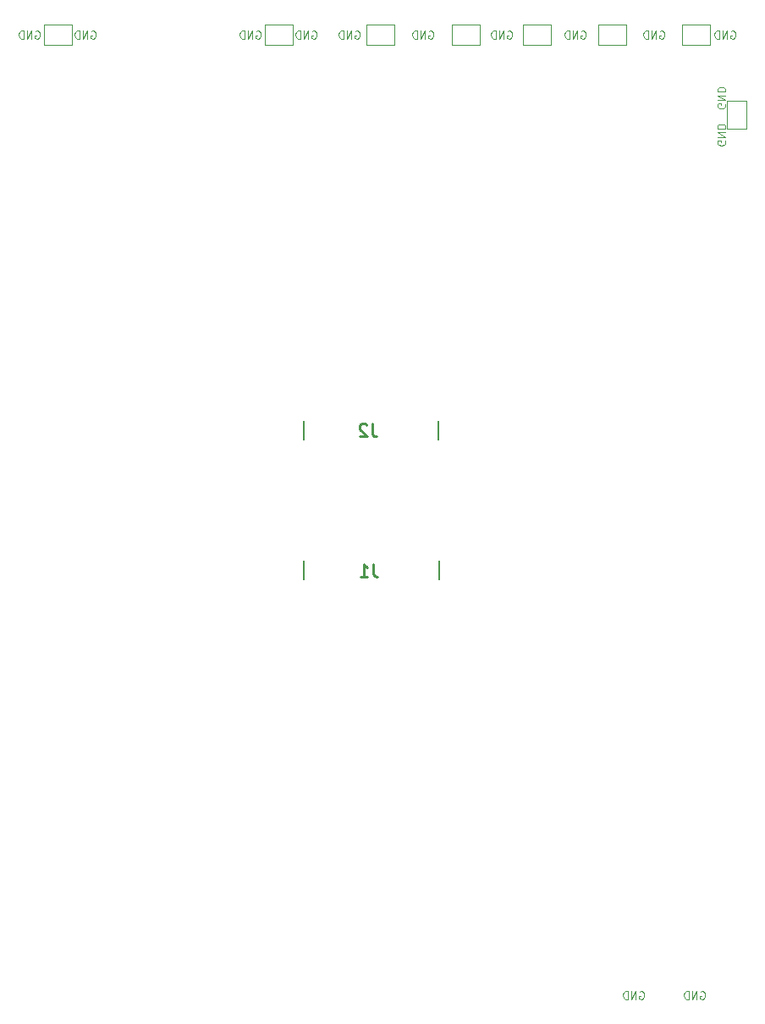
<source format=gbr>
%TF.GenerationSoftware,KiCad,Pcbnew,8.0.0*%
%TF.CreationDate,2024-03-15T19:34:49+09:00*%
%TF.ProjectId,ds_test_board3,64735f74-6573-4745-9f62-6f617264332e,rev?*%
%TF.SameCoordinates,Original*%
%TF.FileFunction,Legend,Bot*%
%TF.FilePolarity,Positive*%
%FSLAX46Y46*%
G04 Gerber Fmt 4.6, Leading zero omitted, Abs format (unit mm)*
G04 Created by KiCad (PCBNEW 8.0.0) date 2024-03-15 19:34:49*
%MOMM*%
%LPD*%
G01*
G04 APERTURE LIST*
%ADD10C,0.100000*%
%ADD11C,0.254000*%
%ADD12C,0.120000*%
%ADD13C,0.200000*%
G04 APERTURE END LIST*
D10*
X189570687Y-59078990D02*
X189646877Y-59040895D01*
X189646877Y-59040895D02*
X189761163Y-59040895D01*
X189761163Y-59040895D02*
X189875449Y-59078990D01*
X189875449Y-59078990D02*
X189951639Y-59155180D01*
X189951639Y-59155180D02*
X189989734Y-59231371D01*
X189989734Y-59231371D02*
X190027830Y-59383752D01*
X190027830Y-59383752D02*
X190027830Y-59498038D01*
X190027830Y-59498038D02*
X189989734Y-59650419D01*
X189989734Y-59650419D02*
X189951639Y-59726609D01*
X189951639Y-59726609D02*
X189875449Y-59802800D01*
X189875449Y-59802800D02*
X189761163Y-59840895D01*
X189761163Y-59840895D02*
X189684972Y-59840895D01*
X189684972Y-59840895D02*
X189570687Y-59802800D01*
X189570687Y-59802800D02*
X189532591Y-59764704D01*
X189532591Y-59764704D02*
X189532591Y-59498038D01*
X189532591Y-59498038D02*
X189684972Y-59498038D01*
X189189734Y-59840895D02*
X189189734Y-59040895D01*
X189189734Y-59040895D02*
X188732591Y-59840895D01*
X188732591Y-59840895D02*
X188732591Y-59040895D01*
X188351639Y-59840895D02*
X188351639Y-59040895D01*
X188351639Y-59040895D02*
X188161163Y-59040895D01*
X188161163Y-59040895D02*
X188046877Y-59078990D01*
X188046877Y-59078990D02*
X187970687Y-59155180D01*
X187970687Y-59155180D02*
X187932592Y-59231371D01*
X187932592Y-59231371D02*
X187894496Y-59383752D01*
X187894496Y-59383752D02*
X187894496Y-59498038D01*
X187894496Y-59498038D02*
X187932592Y-59650419D01*
X187932592Y-59650419D02*
X187970687Y-59726609D01*
X187970687Y-59726609D02*
X188046877Y-59802800D01*
X188046877Y-59802800D02*
X188161163Y-59840895D01*
X188161163Y-59840895D02*
X188351639Y-59840895D01*
X166964687Y-59078990D02*
X167040877Y-59040895D01*
X167040877Y-59040895D02*
X167155163Y-59040895D01*
X167155163Y-59040895D02*
X167269449Y-59078990D01*
X167269449Y-59078990D02*
X167345639Y-59155180D01*
X167345639Y-59155180D02*
X167383734Y-59231371D01*
X167383734Y-59231371D02*
X167421830Y-59383752D01*
X167421830Y-59383752D02*
X167421830Y-59498038D01*
X167421830Y-59498038D02*
X167383734Y-59650419D01*
X167383734Y-59650419D02*
X167345639Y-59726609D01*
X167345639Y-59726609D02*
X167269449Y-59802800D01*
X167269449Y-59802800D02*
X167155163Y-59840895D01*
X167155163Y-59840895D02*
X167078972Y-59840895D01*
X167078972Y-59840895D02*
X166964687Y-59802800D01*
X166964687Y-59802800D02*
X166926591Y-59764704D01*
X166926591Y-59764704D02*
X166926591Y-59498038D01*
X166926591Y-59498038D02*
X167078972Y-59498038D01*
X166583734Y-59840895D02*
X166583734Y-59040895D01*
X166583734Y-59040895D02*
X166126591Y-59840895D01*
X166126591Y-59840895D02*
X166126591Y-59040895D01*
X165745639Y-59840895D02*
X165745639Y-59040895D01*
X165745639Y-59040895D02*
X165555163Y-59040895D01*
X165555163Y-59040895D02*
X165440877Y-59078990D01*
X165440877Y-59078990D02*
X165364687Y-59155180D01*
X165364687Y-59155180D02*
X165326592Y-59231371D01*
X165326592Y-59231371D02*
X165288496Y-59383752D01*
X165288496Y-59383752D02*
X165288496Y-59498038D01*
X165288496Y-59498038D02*
X165326592Y-59650419D01*
X165326592Y-59650419D02*
X165364687Y-59726609D01*
X165364687Y-59726609D02*
X165440877Y-59802800D01*
X165440877Y-59802800D02*
X165555163Y-59840895D01*
X165555163Y-59840895D02*
X165745639Y-59840895D01*
X134960687Y-59078990D02*
X135036877Y-59040895D01*
X135036877Y-59040895D02*
X135151163Y-59040895D01*
X135151163Y-59040895D02*
X135265449Y-59078990D01*
X135265449Y-59078990D02*
X135341639Y-59155180D01*
X135341639Y-59155180D02*
X135379734Y-59231371D01*
X135379734Y-59231371D02*
X135417830Y-59383752D01*
X135417830Y-59383752D02*
X135417830Y-59498038D01*
X135417830Y-59498038D02*
X135379734Y-59650419D01*
X135379734Y-59650419D02*
X135341639Y-59726609D01*
X135341639Y-59726609D02*
X135265449Y-59802800D01*
X135265449Y-59802800D02*
X135151163Y-59840895D01*
X135151163Y-59840895D02*
X135074972Y-59840895D01*
X135074972Y-59840895D02*
X134960687Y-59802800D01*
X134960687Y-59802800D02*
X134922591Y-59764704D01*
X134922591Y-59764704D02*
X134922591Y-59498038D01*
X134922591Y-59498038D02*
X135074972Y-59498038D01*
X134579734Y-59840895D02*
X134579734Y-59040895D01*
X134579734Y-59040895D02*
X134122591Y-59840895D01*
X134122591Y-59840895D02*
X134122591Y-59040895D01*
X133741639Y-59840895D02*
X133741639Y-59040895D01*
X133741639Y-59040895D02*
X133551163Y-59040895D01*
X133551163Y-59040895D02*
X133436877Y-59078990D01*
X133436877Y-59078990D02*
X133360687Y-59155180D01*
X133360687Y-59155180D02*
X133322592Y-59231371D01*
X133322592Y-59231371D02*
X133284496Y-59383752D01*
X133284496Y-59383752D02*
X133284496Y-59498038D01*
X133284496Y-59498038D02*
X133322592Y-59650419D01*
X133322592Y-59650419D02*
X133360687Y-59726609D01*
X133360687Y-59726609D02*
X133436877Y-59802800D01*
X133436877Y-59802800D02*
X133551163Y-59840895D01*
X133551163Y-59840895D02*
X133741639Y-59840895D01*
X162646687Y-59078990D02*
X162722877Y-59040895D01*
X162722877Y-59040895D02*
X162837163Y-59040895D01*
X162837163Y-59040895D02*
X162951449Y-59078990D01*
X162951449Y-59078990D02*
X163027639Y-59155180D01*
X163027639Y-59155180D02*
X163065734Y-59231371D01*
X163065734Y-59231371D02*
X163103830Y-59383752D01*
X163103830Y-59383752D02*
X163103830Y-59498038D01*
X163103830Y-59498038D02*
X163065734Y-59650419D01*
X163065734Y-59650419D02*
X163027639Y-59726609D01*
X163027639Y-59726609D02*
X162951449Y-59802800D01*
X162951449Y-59802800D02*
X162837163Y-59840895D01*
X162837163Y-59840895D02*
X162760972Y-59840895D01*
X162760972Y-59840895D02*
X162646687Y-59802800D01*
X162646687Y-59802800D02*
X162608591Y-59764704D01*
X162608591Y-59764704D02*
X162608591Y-59498038D01*
X162608591Y-59498038D02*
X162760972Y-59498038D01*
X162265734Y-59840895D02*
X162265734Y-59040895D01*
X162265734Y-59040895D02*
X161808591Y-59840895D01*
X161808591Y-59840895D02*
X161808591Y-59040895D01*
X161427639Y-59840895D02*
X161427639Y-59040895D01*
X161427639Y-59040895D02*
X161237163Y-59040895D01*
X161237163Y-59040895D02*
X161122877Y-59078990D01*
X161122877Y-59078990D02*
X161046687Y-59155180D01*
X161046687Y-59155180D02*
X161008592Y-59231371D01*
X161008592Y-59231371D02*
X160970496Y-59383752D01*
X160970496Y-59383752D02*
X160970496Y-59498038D01*
X160970496Y-59498038D02*
X161008592Y-59650419D01*
X161008592Y-59650419D02*
X161046687Y-59726609D01*
X161046687Y-59726609D02*
X161122877Y-59802800D01*
X161122877Y-59802800D02*
X161237163Y-59840895D01*
X161237163Y-59840895D02*
X161427639Y-59840895D01*
X157058687Y-59078990D02*
X157134877Y-59040895D01*
X157134877Y-59040895D02*
X157249163Y-59040895D01*
X157249163Y-59040895D02*
X157363449Y-59078990D01*
X157363449Y-59078990D02*
X157439639Y-59155180D01*
X157439639Y-59155180D02*
X157477734Y-59231371D01*
X157477734Y-59231371D02*
X157515830Y-59383752D01*
X157515830Y-59383752D02*
X157515830Y-59498038D01*
X157515830Y-59498038D02*
X157477734Y-59650419D01*
X157477734Y-59650419D02*
X157439639Y-59726609D01*
X157439639Y-59726609D02*
X157363449Y-59802800D01*
X157363449Y-59802800D02*
X157249163Y-59840895D01*
X157249163Y-59840895D02*
X157172972Y-59840895D01*
X157172972Y-59840895D02*
X157058687Y-59802800D01*
X157058687Y-59802800D02*
X157020591Y-59764704D01*
X157020591Y-59764704D02*
X157020591Y-59498038D01*
X157020591Y-59498038D02*
X157172972Y-59498038D01*
X156677734Y-59840895D02*
X156677734Y-59040895D01*
X156677734Y-59040895D02*
X156220591Y-59840895D01*
X156220591Y-59840895D02*
X156220591Y-59040895D01*
X155839639Y-59840895D02*
X155839639Y-59040895D01*
X155839639Y-59040895D02*
X155649163Y-59040895D01*
X155649163Y-59040895D02*
X155534877Y-59078990D01*
X155534877Y-59078990D02*
X155458687Y-59155180D01*
X155458687Y-59155180D02*
X155420592Y-59231371D01*
X155420592Y-59231371D02*
X155382496Y-59383752D01*
X155382496Y-59383752D02*
X155382496Y-59498038D01*
X155382496Y-59498038D02*
X155420592Y-59650419D01*
X155420592Y-59650419D02*
X155458687Y-59726609D01*
X155458687Y-59726609D02*
X155534877Y-59802800D01*
X155534877Y-59802800D02*
X155649163Y-59840895D01*
X155649163Y-59840895D02*
X155839639Y-59840895D01*
X203938009Y-70063687D02*
X203976104Y-70139877D01*
X203976104Y-70139877D02*
X203976104Y-70254163D01*
X203976104Y-70254163D02*
X203938009Y-70368449D01*
X203938009Y-70368449D02*
X203861819Y-70444639D01*
X203861819Y-70444639D02*
X203785628Y-70482734D01*
X203785628Y-70482734D02*
X203633247Y-70520830D01*
X203633247Y-70520830D02*
X203518961Y-70520830D01*
X203518961Y-70520830D02*
X203366580Y-70482734D01*
X203366580Y-70482734D02*
X203290390Y-70444639D01*
X203290390Y-70444639D02*
X203214200Y-70368449D01*
X203214200Y-70368449D02*
X203176104Y-70254163D01*
X203176104Y-70254163D02*
X203176104Y-70177972D01*
X203176104Y-70177972D02*
X203214200Y-70063687D01*
X203214200Y-70063687D02*
X203252295Y-70025591D01*
X203252295Y-70025591D02*
X203518961Y-70025591D01*
X203518961Y-70025591D02*
X203518961Y-70177972D01*
X203176104Y-69682734D02*
X203976104Y-69682734D01*
X203976104Y-69682734D02*
X203176104Y-69225591D01*
X203176104Y-69225591D02*
X203976104Y-69225591D01*
X203176104Y-68844639D02*
X203976104Y-68844639D01*
X203976104Y-68844639D02*
X203976104Y-68654163D01*
X203976104Y-68654163D02*
X203938009Y-68539877D01*
X203938009Y-68539877D02*
X203861819Y-68463687D01*
X203861819Y-68463687D02*
X203785628Y-68425592D01*
X203785628Y-68425592D02*
X203633247Y-68387496D01*
X203633247Y-68387496D02*
X203518961Y-68387496D01*
X203518961Y-68387496D02*
X203366580Y-68425592D01*
X203366580Y-68425592D02*
X203290390Y-68463687D01*
X203290390Y-68463687D02*
X203214200Y-68539877D01*
X203214200Y-68539877D02*
X203176104Y-68654163D01*
X203176104Y-68654163D02*
X203176104Y-68844639D01*
X140548687Y-59078990D02*
X140624877Y-59040895D01*
X140624877Y-59040895D02*
X140739163Y-59040895D01*
X140739163Y-59040895D02*
X140853449Y-59078990D01*
X140853449Y-59078990D02*
X140929639Y-59155180D01*
X140929639Y-59155180D02*
X140967734Y-59231371D01*
X140967734Y-59231371D02*
X141005830Y-59383752D01*
X141005830Y-59383752D02*
X141005830Y-59498038D01*
X141005830Y-59498038D02*
X140967734Y-59650419D01*
X140967734Y-59650419D02*
X140929639Y-59726609D01*
X140929639Y-59726609D02*
X140853449Y-59802800D01*
X140853449Y-59802800D02*
X140739163Y-59840895D01*
X140739163Y-59840895D02*
X140662972Y-59840895D01*
X140662972Y-59840895D02*
X140548687Y-59802800D01*
X140548687Y-59802800D02*
X140510591Y-59764704D01*
X140510591Y-59764704D02*
X140510591Y-59498038D01*
X140510591Y-59498038D02*
X140662972Y-59498038D01*
X140167734Y-59840895D02*
X140167734Y-59040895D01*
X140167734Y-59040895D02*
X139710591Y-59840895D01*
X139710591Y-59840895D02*
X139710591Y-59040895D01*
X139329639Y-59840895D02*
X139329639Y-59040895D01*
X139329639Y-59040895D02*
X139139163Y-59040895D01*
X139139163Y-59040895D02*
X139024877Y-59078990D01*
X139024877Y-59078990D02*
X138948687Y-59155180D01*
X138948687Y-59155180D02*
X138910592Y-59231371D01*
X138910592Y-59231371D02*
X138872496Y-59383752D01*
X138872496Y-59383752D02*
X138872496Y-59498038D01*
X138872496Y-59498038D02*
X138910592Y-59650419D01*
X138910592Y-59650419D02*
X138948687Y-59726609D01*
X138948687Y-59726609D02*
X139024877Y-59802800D01*
X139024877Y-59802800D02*
X139139163Y-59840895D01*
X139139163Y-59840895D02*
X139329639Y-59840895D01*
X203938009Y-66380687D02*
X203976104Y-66456877D01*
X203976104Y-66456877D02*
X203976104Y-66571163D01*
X203976104Y-66571163D02*
X203938009Y-66685449D01*
X203938009Y-66685449D02*
X203861819Y-66761639D01*
X203861819Y-66761639D02*
X203785628Y-66799734D01*
X203785628Y-66799734D02*
X203633247Y-66837830D01*
X203633247Y-66837830D02*
X203518961Y-66837830D01*
X203518961Y-66837830D02*
X203366580Y-66799734D01*
X203366580Y-66799734D02*
X203290390Y-66761639D01*
X203290390Y-66761639D02*
X203214200Y-66685449D01*
X203214200Y-66685449D02*
X203176104Y-66571163D01*
X203176104Y-66571163D02*
X203176104Y-66494972D01*
X203176104Y-66494972D02*
X203214200Y-66380687D01*
X203214200Y-66380687D02*
X203252295Y-66342591D01*
X203252295Y-66342591D02*
X203518961Y-66342591D01*
X203518961Y-66342591D02*
X203518961Y-66494972D01*
X203176104Y-65999734D02*
X203976104Y-65999734D01*
X203976104Y-65999734D02*
X203176104Y-65542591D01*
X203176104Y-65542591D02*
X203976104Y-65542591D01*
X203176104Y-65161639D02*
X203976104Y-65161639D01*
X203976104Y-65161639D02*
X203976104Y-64971163D01*
X203976104Y-64971163D02*
X203938009Y-64856877D01*
X203938009Y-64856877D02*
X203861819Y-64780687D01*
X203861819Y-64780687D02*
X203785628Y-64742592D01*
X203785628Y-64742592D02*
X203633247Y-64704496D01*
X203633247Y-64704496D02*
X203518961Y-64704496D01*
X203518961Y-64704496D02*
X203366580Y-64742592D01*
X203366580Y-64742592D02*
X203290390Y-64780687D01*
X203290390Y-64780687D02*
X203214200Y-64856877D01*
X203214200Y-64856877D02*
X203176104Y-64971163D01*
X203176104Y-64971163D02*
X203176104Y-65161639D01*
X197444687Y-59078990D02*
X197520877Y-59040895D01*
X197520877Y-59040895D02*
X197635163Y-59040895D01*
X197635163Y-59040895D02*
X197749449Y-59078990D01*
X197749449Y-59078990D02*
X197825639Y-59155180D01*
X197825639Y-59155180D02*
X197863734Y-59231371D01*
X197863734Y-59231371D02*
X197901830Y-59383752D01*
X197901830Y-59383752D02*
X197901830Y-59498038D01*
X197901830Y-59498038D02*
X197863734Y-59650419D01*
X197863734Y-59650419D02*
X197825639Y-59726609D01*
X197825639Y-59726609D02*
X197749449Y-59802800D01*
X197749449Y-59802800D02*
X197635163Y-59840895D01*
X197635163Y-59840895D02*
X197558972Y-59840895D01*
X197558972Y-59840895D02*
X197444687Y-59802800D01*
X197444687Y-59802800D02*
X197406591Y-59764704D01*
X197406591Y-59764704D02*
X197406591Y-59498038D01*
X197406591Y-59498038D02*
X197558972Y-59498038D01*
X197063734Y-59840895D02*
X197063734Y-59040895D01*
X197063734Y-59040895D02*
X196606591Y-59840895D01*
X196606591Y-59840895D02*
X196606591Y-59040895D01*
X196225639Y-59840895D02*
X196225639Y-59040895D01*
X196225639Y-59040895D02*
X196035163Y-59040895D01*
X196035163Y-59040895D02*
X195920877Y-59078990D01*
X195920877Y-59078990D02*
X195844687Y-59155180D01*
X195844687Y-59155180D02*
X195806592Y-59231371D01*
X195806592Y-59231371D02*
X195768496Y-59383752D01*
X195768496Y-59383752D02*
X195768496Y-59498038D01*
X195768496Y-59498038D02*
X195806592Y-59650419D01*
X195806592Y-59650419D02*
X195844687Y-59726609D01*
X195844687Y-59726609D02*
X195920877Y-59802800D01*
X195920877Y-59802800D02*
X196035163Y-59840895D01*
X196035163Y-59840895D02*
X196225639Y-59840895D01*
X204556687Y-59078990D02*
X204632877Y-59040895D01*
X204632877Y-59040895D02*
X204747163Y-59040895D01*
X204747163Y-59040895D02*
X204861449Y-59078990D01*
X204861449Y-59078990D02*
X204937639Y-59155180D01*
X204937639Y-59155180D02*
X204975734Y-59231371D01*
X204975734Y-59231371D02*
X205013830Y-59383752D01*
X205013830Y-59383752D02*
X205013830Y-59498038D01*
X205013830Y-59498038D02*
X204975734Y-59650419D01*
X204975734Y-59650419D02*
X204937639Y-59726609D01*
X204937639Y-59726609D02*
X204861449Y-59802800D01*
X204861449Y-59802800D02*
X204747163Y-59840895D01*
X204747163Y-59840895D02*
X204670972Y-59840895D01*
X204670972Y-59840895D02*
X204556687Y-59802800D01*
X204556687Y-59802800D02*
X204518591Y-59764704D01*
X204518591Y-59764704D02*
X204518591Y-59498038D01*
X204518591Y-59498038D02*
X204670972Y-59498038D01*
X204175734Y-59840895D02*
X204175734Y-59040895D01*
X204175734Y-59040895D02*
X203718591Y-59840895D01*
X203718591Y-59840895D02*
X203718591Y-59040895D01*
X203337639Y-59840895D02*
X203337639Y-59040895D01*
X203337639Y-59040895D02*
X203147163Y-59040895D01*
X203147163Y-59040895D02*
X203032877Y-59078990D01*
X203032877Y-59078990D02*
X202956687Y-59155180D01*
X202956687Y-59155180D02*
X202918592Y-59231371D01*
X202918592Y-59231371D02*
X202880496Y-59383752D01*
X202880496Y-59383752D02*
X202880496Y-59498038D01*
X202880496Y-59498038D02*
X202918592Y-59650419D01*
X202918592Y-59650419D02*
X202956687Y-59726609D01*
X202956687Y-59726609D02*
X203032877Y-59802800D01*
X203032877Y-59802800D02*
X203147163Y-59840895D01*
X203147163Y-59840895D02*
X203337639Y-59840895D01*
X195412687Y-155090990D02*
X195488877Y-155052895D01*
X195488877Y-155052895D02*
X195603163Y-155052895D01*
X195603163Y-155052895D02*
X195717449Y-155090990D01*
X195717449Y-155090990D02*
X195793639Y-155167180D01*
X195793639Y-155167180D02*
X195831734Y-155243371D01*
X195831734Y-155243371D02*
X195869830Y-155395752D01*
X195869830Y-155395752D02*
X195869830Y-155510038D01*
X195869830Y-155510038D02*
X195831734Y-155662419D01*
X195831734Y-155662419D02*
X195793639Y-155738609D01*
X195793639Y-155738609D02*
X195717449Y-155814800D01*
X195717449Y-155814800D02*
X195603163Y-155852895D01*
X195603163Y-155852895D02*
X195526972Y-155852895D01*
X195526972Y-155852895D02*
X195412687Y-155814800D01*
X195412687Y-155814800D02*
X195374591Y-155776704D01*
X195374591Y-155776704D02*
X195374591Y-155510038D01*
X195374591Y-155510038D02*
X195526972Y-155510038D01*
X195031734Y-155852895D02*
X195031734Y-155052895D01*
X195031734Y-155052895D02*
X194574591Y-155852895D01*
X194574591Y-155852895D02*
X194574591Y-155052895D01*
X194193639Y-155852895D02*
X194193639Y-155052895D01*
X194193639Y-155052895D02*
X194003163Y-155052895D01*
X194003163Y-155052895D02*
X193888877Y-155090990D01*
X193888877Y-155090990D02*
X193812687Y-155167180D01*
X193812687Y-155167180D02*
X193774592Y-155243371D01*
X193774592Y-155243371D02*
X193736496Y-155395752D01*
X193736496Y-155395752D02*
X193736496Y-155510038D01*
X193736496Y-155510038D02*
X193774592Y-155662419D01*
X193774592Y-155662419D02*
X193812687Y-155738609D01*
X193812687Y-155738609D02*
X193888877Y-155814800D01*
X193888877Y-155814800D02*
X194003163Y-155852895D01*
X194003163Y-155852895D02*
X194193639Y-155852895D01*
X174330687Y-59078990D02*
X174406877Y-59040895D01*
X174406877Y-59040895D02*
X174521163Y-59040895D01*
X174521163Y-59040895D02*
X174635449Y-59078990D01*
X174635449Y-59078990D02*
X174711639Y-59155180D01*
X174711639Y-59155180D02*
X174749734Y-59231371D01*
X174749734Y-59231371D02*
X174787830Y-59383752D01*
X174787830Y-59383752D02*
X174787830Y-59498038D01*
X174787830Y-59498038D02*
X174749734Y-59650419D01*
X174749734Y-59650419D02*
X174711639Y-59726609D01*
X174711639Y-59726609D02*
X174635449Y-59802800D01*
X174635449Y-59802800D02*
X174521163Y-59840895D01*
X174521163Y-59840895D02*
X174444972Y-59840895D01*
X174444972Y-59840895D02*
X174330687Y-59802800D01*
X174330687Y-59802800D02*
X174292591Y-59764704D01*
X174292591Y-59764704D02*
X174292591Y-59498038D01*
X174292591Y-59498038D02*
X174444972Y-59498038D01*
X173949734Y-59840895D02*
X173949734Y-59040895D01*
X173949734Y-59040895D02*
X173492591Y-59840895D01*
X173492591Y-59840895D02*
X173492591Y-59040895D01*
X173111639Y-59840895D02*
X173111639Y-59040895D01*
X173111639Y-59040895D02*
X172921163Y-59040895D01*
X172921163Y-59040895D02*
X172806877Y-59078990D01*
X172806877Y-59078990D02*
X172730687Y-59155180D01*
X172730687Y-59155180D02*
X172692592Y-59231371D01*
X172692592Y-59231371D02*
X172654496Y-59383752D01*
X172654496Y-59383752D02*
X172654496Y-59498038D01*
X172654496Y-59498038D02*
X172692592Y-59650419D01*
X172692592Y-59650419D02*
X172730687Y-59726609D01*
X172730687Y-59726609D02*
X172806877Y-59802800D01*
X172806877Y-59802800D02*
X172921163Y-59840895D01*
X172921163Y-59840895D02*
X173111639Y-59840895D01*
X201508687Y-155090990D02*
X201584877Y-155052895D01*
X201584877Y-155052895D02*
X201699163Y-155052895D01*
X201699163Y-155052895D02*
X201813449Y-155090990D01*
X201813449Y-155090990D02*
X201889639Y-155167180D01*
X201889639Y-155167180D02*
X201927734Y-155243371D01*
X201927734Y-155243371D02*
X201965830Y-155395752D01*
X201965830Y-155395752D02*
X201965830Y-155510038D01*
X201965830Y-155510038D02*
X201927734Y-155662419D01*
X201927734Y-155662419D02*
X201889639Y-155738609D01*
X201889639Y-155738609D02*
X201813449Y-155814800D01*
X201813449Y-155814800D02*
X201699163Y-155852895D01*
X201699163Y-155852895D02*
X201622972Y-155852895D01*
X201622972Y-155852895D02*
X201508687Y-155814800D01*
X201508687Y-155814800D02*
X201470591Y-155776704D01*
X201470591Y-155776704D02*
X201470591Y-155510038D01*
X201470591Y-155510038D02*
X201622972Y-155510038D01*
X201127734Y-155852895D02*
X201127734Y-155052895D01*
X201127734Y-155052895D02*
X200670591Y-155852895D01*
X200670591Y-155852895D02*
X200670591Y-155052895D01*
X200289639Y-155852895D02*
X200289639Y-155052895D01*
X200289639Y-155052895D02*
X200099163Y-155052895D01*
X200099163Y-155052895D02*
X199984877Y-155090990D01*
X199984877Y-155090990D02*
X199908687Y-155167180D01*
X199908687Y-155167180D02*
X199870592Y-155243371D01*
X199870592Y-155243371D02*
X199832496Y-155395752D01*
X199832496Y-155395752D02*
X199832496Y-155510038D01*
X199832496Y-155510038D02*
X199870592Y-155662419D01*
X199870592Y-155662419D02*
X199908687Y-155738609D01*
X199908687Y-155738609D02*
X199984877Y-155814800D01*
X199984877Y-155814800D02*
X200099163Y-155852895D01*
X200099163Y-155852895D02*
X200289639Y-155852895D01*
X182204687Y-59078990D02*
X182280877Y-59040895D01*
X182280877Y-59040895D02*
X182395163Y-59040895D01*
X182395163Y-59040895D02*
X182509449Y-59078990D01*
X182509449Y-59078990D02*
X182585639Y-59155180D01*
X182585639Y-59155180D02*
X182623734Y-59231371D01*
X182623734Y-59231371D02*
X182661830Y-59383752D01*
X182661830Y-59383752D02*
X182661830Y-59498038D01*
X182661830Y-59498038D02*
X182623734Y-59650419D01*
X182623734Y-59650419D02*
X182585639Y-59726609D01*
X182585639Y-59726609D02*
X182509449Y-59802800D01*
X182509449Y-59802800D02*
X182395163Y-59840895D01*
X182395163Y-59840895D02*
X182318972Y-59840895D01*
X182318972Y-59840895D02*
X182204687Y-59802800D01*
X182204687Y-59802800D02*
X182166591Y-59764704D01*
X182166591Y-59764704D02*
X182166591Y-59498038D01*
X182166591Y-59498038D02*
X182318972Y-59498038D01*
X181823734Y-59840895D02*
X181823734Y-59040895D01*
X181823734Y-59040895D02*
X181366591Y-59840895D01*
X181366591Y-59840895D02*
X181366591Y-59040895D01*
X180985639Y-59840895D02*
X180985639Y-59040895D01*
X180985639Y-59040895D02*
X180795163Y-59040895D01*
X180795163Y-59040895D02*
X180680877Y-59078990D01*
X180680877Y-59078990D02*
X180604687Y-59155180D01*
X180604687Y-59155180D02*
X180566592Y-59231371D01*
X180566592Y-59231371D02*
X180528496Y-59383752D01*
X180528496Y-59383752D02*
X180528496Y-59498038D01*
X180528496Y-59498038D02*
X180566592Y-59650419D01*
X180566592Y-59650419D02*
X180604687Y-59726609D01*
X180604687Y-59726609D02*
X180680877Y-59802800D01*
X180680877Y-59802800D02*
X180795163Y-59840895D01*
X180795163Y-59840895D02*
X180985639Y-59840895D01*
D11*
X168725332Y-112334318D02*
X168725332Y-113241461D01*
X168725332Y-113241461D02*
X168785809Y-113422889D01*
X168785809Y-113422889D02*
X168906761Y-113543842D01*
X168906761Y-113543842D02*
X169088190Y-113604318D01*
X169088190Y-113604318D02*
X169209142Y-113604318D01*
X167455332Y-113604318D02*
X168181047Y-113604318D01*
X167818190Y-113604318D02*
X167818190Y-112334318D01*
X167818190Y-112334318D02*
X167939142Y-112515746D01*
X167939142Y-112515746D02*
X168060094Y-112636699D01*
X168060094Y-112636699D02*
X168181047Y-112697175D01*
X168643332Y-98334318D02*
X168643332Y-99241461D01*
X168643332Y-99241461D02*
X168703809Y-99422889D01*
X168703809Y-99422889D02*
X168824761Y-99543842D01*
X168824761Y-99543842D02*
X169006190Y-99604318D01*
X169006190Y-99604318D02*
X169127142Y-99604318D01*
X168099047Y-98455270D02*
X168038571Y-98394794D01*
X168038571Y-98394794D02*
X167917618Y-98334318D01*
X167917618Y-98334318D02*
X167615237Y-98334318D01*
X167615237Y-98334318D02*
X167494285Y-98394794D01*
X167494285Y-98394794D02*
X167433809Y-98455270D01*
X167433809Y-98455270D02*
X167373332Y-98576222D01*
X167373332Y-98576222D02*
X167373332Y-98697175D01*
X167373332Y-98697175D02*
X167433809Y-98878603D01*
X167433809Y-98878603D02*
X168159523Y-99604318D01*
X168159523Y-99604318D02*
X167373332Y-99604318D01*
D12*
%TO.C,REF\u002A\u002A*%
X168055000Y-58436000D02*
X168055000Y-60436000D01*
X168055000Y-60436000D02*
X170855000Y-60436000D01*
X170855000Y-58436000D02*
X168055000Y-58436000D01*
X170855000Y-60436000D02*
X170855000Y-58436000D01*
X157895000Y-58436000D02*
X157895000Y-60436000D01*
X157895000Y-60436000D02*
X160695000Y-60436000D01*
X160695000Y-58436000D02*
X157895000Y-58436000D01*
X160695000Y-60436000D02*
X160695000Y-58436000D01*
X135797000Y-58436000D02*
X135797000Y-60436000D01*
X135797000Y-60436000D02*
X138597000Y-60436000D01*
X138597000Y-58436000D02*
X135797000Y-58436000D01*
X138597000Y-60436000D02*
X138597000Y-58436000D01*
X191259000Y-58436000D02*
X191259000Y-60436000D01*
X191259000Y-60436000D02*
X194059000Y-60436000D01*
X194059000Y-58436000D02*
X191259000Y-58436000D01*
X194059000Y-60436000D02*
X194059000Y-58436000D01*
X183766000Y-58436000D02*
X183766000Y-60436000D01*
X183766000Y-60436000D02*
X186566000Y-60436000D01*
X186566000Y-58436000D02*
X183766000Y-58436000D01*
X186566000Y-60436000D02*
X186566000Y-58436000D01*
D13*
%TO.C,J1*%
X161848000Y-112050000D02*
X161848000Y-113900000D01*
X175368000Y-113900000D02*
X175368000Y-112050000D01*
%TO.C,J2*%
X161766000Y-98050000D02*
X161766000Y-99900000D01*
X175286000Y-99900000D02*
X175286000Y-98050000D01*
D12*
%TO.C,REF\u002A\u002A*%
X176617000Y-58436000D02*
X176617000Y-60436000D01*
X176617000Y-60436000D02*
X179417000Y-60436000D01*
X179417000Y-58436000D02*
X176617000Y-58436000D01*
X179417000Y-60436000D02*
X179417000Y-58436000D01*
X204105000Y-66037000D02*
X204105000Y-68837000D01*
X204105000Y-68837000D02*
X206105000Y-68837000D01*
X206105000Y-66037000D02*
X204105000Y-66037000D01*
X206105000Y-68837000D02*
X206105000Y-66037000D01*
X199641000Y-58436000D02*
X199641000Y-60436000D01*
X199641000Y-60436000D02*
X202441000Y-60436000D01*
X202441000Y-58436000D02*
X199641000Y-58436000D01*
X202441000Y-60436000D02*
X202441000Y-58436000D01*
%TD*%
M02*

</source>
